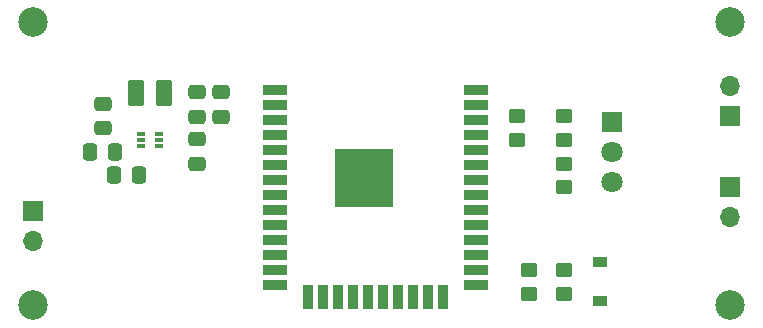
<source format=gbr>
%TF.GenerationSoftware,KiCad,Pcbnew,6.0.8-f2edbf62ab~116~ubuntu22.04.1*%
%TF.CreationDate,2022-10-16T01:51:03-07:00*%
%TF.ProjectId,bracelet-pcb,62726163-656c-4657-942d-7063622e6b69,rev?*%
%TF.SameCoordinates,Original*%
%TF.FileFunction,Soldermask,Top*%
%TF.FilePolarity,Negative*%
%FSLAX46Y46*%
G04 Gerber Fmt 4.6, Leading zero omitted, Abs format (unit mm)*
G04 Created by KiCad (PCBNEW 6.0.8-f2edbf62ab~116~ubuntu22.04.1) date 2022-10-16 01:51:03*
%MOMM*%
%LPD*%
G01*
G04 APERTURE LIST*
G04 Aperture macros list*
%AMRoundRect*
0 Rectangle with rounded corners*
0 $1 Rounding radius*
0 $2 $3 $4 $5 $6 $7 $8 $9 X,Y pos of 4 corners*
0 Add a 4 corners polygon primitive as box body*
4,1,4,$2,$3,$4,$5,$6,$7,$8,$9,$2,$3,0*
0 Add four circle primitives for the rounded corners*
1,1,$1+$1,$2,$3*
1,1,$1+$1,$4,$5*
1,1,$1+$1,$6,$7*
1,1,$1+$1,$8,$9*
0 Add four rect primitives between the rounded corners*
20,1,$1+$1,$2,$3,$4,$5,0*
20,1,$1+$1,$4,$5,$6,$7,0*
20,1,$1+$1,$6,$7,$8,$9,0*
20,1,$1+$1,$8,$9,$2,$3,0*%
G04 Aperture macros list end*
%ADD10C,2.500000*%
%ADD11RoundRect,0.250000X0.450000X-0.350000X0.450000X0.350000X-0.450000X0.350000X-0.450000X-0.350000X0*%
%ADD12RoundRect,0.250000X-0.450000X0.350000X-0.450000X-0.350000X0.450000X-0.350000X0.450000X0.350000X0*%
%ADD13R,1.200000X0.900000*%
%ADD14O,1.700000X1.700000*%
%ADD15R,1.700000X1.700000*%
%ADD16R,2.000000X0.900000*%
%ADD17R,0.900000X2.000000*%
%ADD18R,5.000000X5.000000*%
%ADD19R,0.700000X0.340000*%
%ADD20RoundRect,0.250000X-0.337500X-0.475000X0.337500X-0.475000X0.337500X0.475000X-0.337500X0.475000X0*%
%ADD21RoundRect,0.250001X-0.462499X-0.849999X0.462499X-0.849999X0.462499X0.849999X-0.462499X0.849999X0*%
%ADD22R,1.800000X1.800000*%
%ADD23C,1.800000*%
%ADD24RoundRect,0.250000X-0.475000X0.337500X-0.475000X-0.337500X0.475000X-0.337500X0.475000X0.337500X0*%
%ADD25RoundRect,0.250000X0.475000X-0.337500X0.475000X0.337500X-0.475000X0.337500X-0.475000X-0.337500X0*%
G04 APERTURE END LIST*
D10*
%TO.C,H4*%
X157000000Y-127000000D03*
%TD*%
%TO.C,H3*%
X157000000Y-103000000D03*
%TD*%
%TO.C,H2*%
X98000000Y-103000000D03*
%TD*%
%TO.C,H1*%
X98000000Y-127000000D03*
%TD*%
D11*
%TO.C,R7*%
X139000000Y-113000000D03*
X139000000Y-111000000D03*
%TD*%
%TO.C,R6*%
X143000000Y-126000000D03*
X143000000Y-124000000D03*
%TD*%
D12*
%TO.C,R5*%
X140000000Y-124000000D03*
X140000000Y-126000000D03*
%TD*%
D13*
%TO.C,D2*%
X146000000Y-126650000D03*
X146000000Y-123350000D03*
%TD*%
D14*
%TO.C,J3*%
X157000000Y-108460000D03*
D15*
X157000000Y-111000000D03*
%TD*%
D14*
%TO.C,J2*%
X157000000Y-119540000D03*
D15*
X157000000Y-117000000D03*
%TD*%
%TO.C,J1*%
X98000000Y-119000000D03*
D14*
X98000000Y-121540000D03*
%TD*%
D16*
%TO.C,U2*%
X118500000Y-108745000D03*
X118500000Y-110015000D03*
X118500000Y-111285000D03*
X118500000Y-112555000D03*
X118500000Y-113825000D03*
X118500000Y-115095000D03*
X118500000Y-116365000D03*
X118500000Y-117635000D03*
X118500000Y-118905000D03*
X118500000Y-120175000D03*
X118500000Y-121445000D03*
X118500000Y-122715000D03*
X118500000Y-123985000D03*
X118500000Y-125255000D03*
D17*
X121285000Y-126255000D03*
X122555000Y-126255000D03*
X123825000Y-126255000D03*
X125095000Y-126255000D03*
X126365000Y-126255000D03*
X127635000Y-126255000D03*
X128905000Y-126255000D03*
X130175000Y-126255000D03*
X131445000Y-126255000D03*
X132715000Y-126255000D03*
D16*
X135500000Y-125255000D03*
X135500000Y-123985000D03*
X135500000Y-122715000D03*
X135500000Y-121445000D03*
X135500000Y-120175000D03*
X135500000Y-118905000D03*
X135500000Y-117635000D03*
X135500000Y-116365000D03*
X135500000Y-115095000D03*
X135500000Y-113825000D03*
X135500000Y-112555000D03*
X135500000Y-111285000D03*
X135500000Y-110015000D03*
X135500000Y-108745000D03*
D18*
X126000000Y-116245000D03*
%TD*%
D19*
%TO.C,U1*%
X107166120Y-113475000D03*
X107166120Y-112975000D03*
X107166120Y-112475000D03*
X108666120Y-112475000D03*
X108666120Y-112975000D03*
X108666120Y-113475000D03*
%TD*%
D11*
%TO.C,R4*%
X143000000Y-113000000D03*
X143000000Y-111000000D03*
%TD*%
%TO.C,R3*%
X143000000Y-117000000D03*
X143000000Y-115000000D03*
%TD*%
D20*
%TO.C,R2*%
X106953620Y-115975000D03*
X104878620Y-115975000D03*
%TD*%
%TO.C,R1*%
X104916120Y-113975000D03*
X102841120Y-113975000D03*
%TD*%
D21*
%TO.C,L1*%
X109078620Y-108975000D03*
X106753620Y-108975000D03*
%TD*%
D22*
%TO.C,D1*%
X147000000Y-111450000D03*
D23*
X147000000Y-113990000D03*
X147000000Y-116530000D03*
%TD*%
D24*
%TO.C,C4*%
X103916120Y-112012500D03*
X103916120Y-109937500D03*
%TD*%
%TO.C,C3*%
X111916120Y-111012500D03*
X111916120Y-108937500D03*
%TD*%
%TO.C,C2*%
X113916120Y-111012500D03*
X113916120Y-108937500D03*
%TD*%
D25*
%TO.C,C1*%
X111916120Y-112937500D03*
X111916120Y-115012500D03*
%TD*%
M02*

</source>
